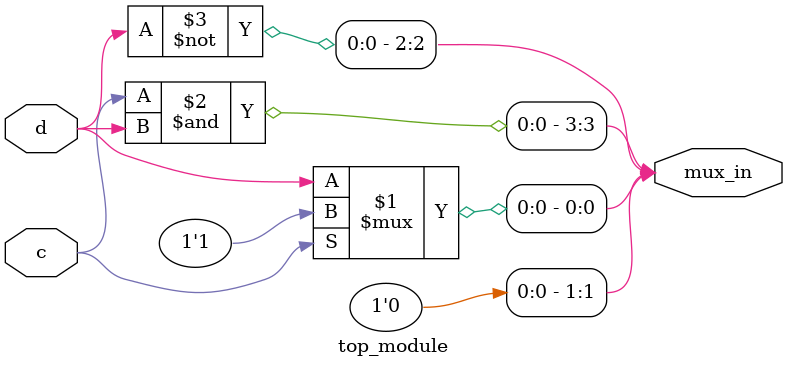
<source format=v>
module top_module (
    input c,
    input d,
    output [3:0] mux_in
); 

    assign mux_in[0] = c ? 1'b1 : d;
    assign mux_in[1] = 1'b0;
    assign mux_in[3] = c & d;
    assign mux_in[2] = ~d;

endmodule

</source>
